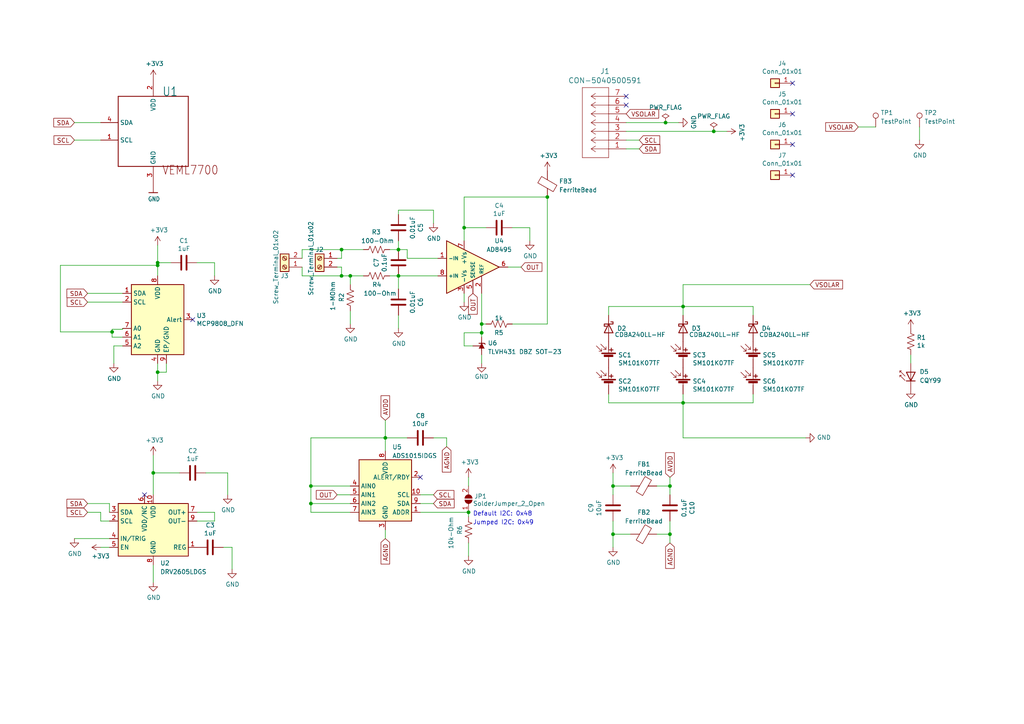
<source format=kicad_sch>
(kicad_sch (version 20211123) (generator eeschema)
  (paper "A4")
  (title_block (title "Solar Panel Board -Z") (date "2023-03-20") (rev "V3") (company "CPP BroncoSpace"))
  (lib_symbols
    (symbol "Adafruit VEML7700-eagle-import:GND" (power)
      (property "Value" "GND" (at -1.524 -2.54 0))
      (symbol "GND_1_0"
        (polyline (pts (xy -1.27 0) (xy 1.27 0)) (stroke (width 0.254)))
        (pin power_in line (at 0 2.54 270) (length 2.54) (name "GND") (number "1"))
      )
    )
    (symbol "Adafruit VEML7700-eagle-import:VEML7700"
      (property "Reference" "IC" (at 2.54 10.16 0))
      (symbol "VEML7700_1_0"
        (polyline (pts (xy -10.16 -10.16) (xy -10.16 10.16)) (stroke (width 0.254)))
        (polyline (pts (xy -10.16 10.16) (xy 10.16 10.16)) (stroke (width 0.254)))
        (polyline (pts (xy 10.16 -10.16) (xy -10.16 -10.16)) (stroke (width 0.254)))
        (polyline (pts (xy 10.16 10.16) (xy 10.16 -10.16)) (stroke (width 0.254)))
        (text "VEML7700" (at 2.54 -12.7 0) (effects (font (size 2.54 2.159)) (justify left bottom)))
        (pin bidirectional line (at -15.24 -2.54 0) (length 5.08) (name "SCL") (number "1"))
        (pin power_in line (at 0 15.24 270) (length 5.08) (name "VDD") (number "2"))
        (pin power_in line (at 0 -15.24 90) (length 5.08) (name "GND") (number "3"))
        (pin bidirectional line (at -15.24 2.54 0) (length 5.08) (name "SDA") (number "4"))
      )
    )
    (symbol "Analog_ADC:ADS1015IDGS"
      (property "Reference" "U" (at 2.54 13.97 0))
      (property "Value" "ADS1015IDGS" (at 7.62 11.43 0))
      (symbol "ADS1015IDGS_0_1"
        (rectangle (start -7.62 10.16) (end 7.62 -7.62) (stroke (width 0.254)) (fill (type background)))
      )
      (symbol "ADS1015IDGS_1_1"
        (pin input line (at 10.16 -5.08 180) (length 2.54) (name "ADDR") (number "1"))
        (pin input line (at 10.16 0 180) (length 2.54) (name "SCL") (number "10"))
        (pin output line (at 10.16 5.08 180) (length 2.54) (name "ALERT/RDY") (number "2"))
        (pin power_in line (at 0 -10.16 90) (length 2.54) (name "GND") (number "3"))
        (pin input line (at -10.16 2.54 0) (length 2.54) (name "AIN0") (number "4"))
        (pin input line (at -10.16 0 0) (length 2.54) (name "AIN1") (number "5"))
        (pin input line (at -10.16 -2.54 0) (length 2.54) (name "AIN2") (number "6"))
        (pin input line (at -10.16 -5.08 0) (length 2.54) (name "AIN3") (number "7"))
        (pin power_in line (at 0 12.7 270) (length 2.54) (name "VDD") (number "8"))
        (pin bidirectional line (at 10.16 -2.54 180) (length 2.54) (name "SDA") (number "9"))
      )
    )
    (symbol "Connector:Screw_Terminal_01x02" (pin_names (offset 1.016) hide)
      (property "Reference" "J" (at 0 2.54 0))
      (property "Value" "Screw_Terminal_01x02" (at 0 -5.08 0))
      (symbol "Screw_Terminal_01x02_1_1"
        (rectangle (start -1.27 1.27) (end 1.27 -3.81) (stroke (width 0.254)) (fill (type background)))
        (circle (center 0 -2.54) (radius 0.635) (stroke (width 0.1524)))
        (polyline (pts (xy -0.5334 -2.2098) (xy 0.3302 -3.048)) (stroke (width 0.1524)))
        (polyline (pts (xy -0.5334 0.3302) (xy 0.3302 -0.508)) (stroke (width 0.1524)))
        (polyline (pts (xy -0.3556 -2.032) (xy 0.508 -2.8702)) (stroke (width 0.1524)))
        (polyline (pts (xy -0.3556 0.508) (xy 0.508 -0.3302)) (stroke (width 0.1524)))
        (circle (center 0 0) (radius 0.635) (stroke (width 0.1524)))
        (pin passive line (at -5.08 0 0) (length 3.81) (name "Pin_1") (number "1"))
        (pin passive line (at -5.08 -2.54 0) (length 3.81) (name "Pin_2") (number "2"))
      )
    )
    (symbol "Connector:TestPoint" (pin_numbers hide) (pin_names (offset 0.762) hide)
      (property "Reference" "TP" (at 0 6.858 0))
      (property "Value" "TestPoint" (at 0 5.08 0))
      (symbol "TestPoint_0_1"
        (circle (center 0 3.302) (radius 0.762))
      )
      (symbol "TestPoint_1_1"
        (pin passive line (at 0 0 90) (length 2.54) (name "1") (number "1"))
      )
    )
    (symbol "Connector_Generic:Conn_01x01" (pin_names (offset 1.016) hide)
      (property "Reference" "J" (at 0 2.54 0))
      (property "Value" "Conn_01x01" (at 0 -2.54 0))
      (symbol "Conn_01x01_1_1"
        (rectangle (start -1.27 0.127) (end 0 -0.127) (stroke (width 0.1524)))
        (rectangle (start -1.27 1.27) (end 1.27 -1.27) (stroke (width 0.254)) (fill (type background)))
        (pin passive line (at -5.08 0 0) (length 3.81) (name "Pin_1") (number "1"))
      )
    )
    (symbol "Device:C" (pin_numbers hide) (pin_names (offset 0.254))
      (property "Reference" "C" (at 0.635 2.54 0))
      (property "Value" "C" (at 0.635 -2.54 0))
      (symbol "C_0_1"
        (polyline (pts (xy -2.032 -0.762) (xy 2.032 -0.762)) (stroke (width 0.508)))
        (polyline (pts (xy -2.032 0.762) (xy 2.032 0.762)) (stroke (width 0.508)))
      )
      (symbol "C_1_1"
        (pin passive line (at 0 3.81 270) (length 2.794) (name "~") (number "1"))
        (pin passive line (at 0 -3.81 90) (length 2.794) (name "~") (number "2"))
      )
    )
    (symbol "Device:D_Schottky" (pin_numbers hide) (pin_names (offset 1.016) hide)
      (property "Reference" "D" (at 0 2.54 0))
      (property "Value" "D_Schottky" (at 0 -2.54 0))
      (symbol "D_Schottky_0_1"
        (polyline (pts (xy 1.27 0) (xy -1.27 0)))
        (polyline (pts (xy 1.27 1.27) (xy 1.27 -1.27) (xy -1.27 0) (xy 1.27 1.27)) (stroke (width 0.254)))
        (polyline (pts (xy -1.905 0.635) (xy -1.905 1.27) (xy -1.27 1.27) (xy -1.27 -1.27) (xy -0.635 -1.27) (xy -0.635 -0.635)) (stroke (width 0.254)))
      )
      (symbol "D_Schottky_1_1"
        (pin passive line (at -3.81 0 0) (length 2.54) (name "K") (number "1"))
        (pin passive line (at 3.81 0 180) (length 2.54) (name "A") (number "2"))
      )
    )
    (symbol "Device:FerriteBead" (pin_numbers hide) (pin_names (offset 0))
      (property "Reference" "FB" (at -3.81 0.635 90))
      (property "Value" "FerriteBead" (at 3.81 0 90))
      (symbol "FerriteBead_0_1"
        (polyline (pts (xy 0 -1.27) (xy 0 -1.2192)))
        (polyline (pts (xy 0 1.27) (xy 0 1.2954)))
        (polyline (pts (xy -2.7686 0.4064) (xy -1.7018 2.2606) (xy 2.7686 -0.3048) (xy 1.6764 -2.159) (xy -2.7686 0.4064)))
      )
      (symbol "FerriteBead_1_1"
        (pin passive line (at 0 3.81 270) (length 2.54) (name "~") (number "1"))
        (pin passive line (at 0 -3.81 90) (length 2.54) (name "~") (number "2"))
      )
    )
    (symbol "Device:R_US" (pin_numbers hide) (pin_names (offset 0))
      (property "Reference" "R" (at 2.54 0 90))
      (property "Value" "R_US" (at -2.54 0 90))
      (symbol "R_US_0_1"
        (polyline (pts (xy 0 -2.286) (xy 0 -2.54)))
        (polyline (pts (xy 0 2.286) (xy 0 2.54)))
        (polyline (pts (xy 0 -0.762) (xy 1.016 -1.143) (xy 0 -1.524) (xy -1.016 -1.905) (xy 0 -2.286)))
        (polyline (pts (xy 0 0.762) (xy 1.016 0.381) (xy 0 0) (xy -1.016 -0.381) (xy 0 -0.762)))
        (polyline (pts (xy 0 2.286) (xy 1.016 1.905) (xy 0 1.524) (xy -1.016 1.143) (xy 0 0.762)))
      )
      (symbol "R_US_1_1"
        (pin passive line (at 0 3.81 270) (length 1.27) (name "~") (number "1"))
        (pin passive line (at 0 -3.81 90) (length 1.27) (name "~") (number "2"))
      )
    )
    (symbol "Device:Solar_Cell" (pin_numbers hide) (pin_names (offset 0) hide)
      (property "Reference" "SC" (at 2.54 2.54 0))
      (property "Value" "Solar_Cell" (at 2.54 0 0))
      (symbol "Solar_Cell_0_1"
        (rectangle (start -2.032 1.778) (end 2.032 1.524) (fill (type outline)))
        (rectangle (start -1.3208 1.1938) (end 1.27 0.6858) (fill (type outline)))
        (polyline (pts (xy -2.032 2.286) (xy -3.556 3.81)))
        (polyline (pts (xy -0.762 2.794) (xy -2.286 4.318)))
        (polyline (pts (xy 0 0.762) (xy 0 0)))
        (polyline (pts (xy 0 1.778) (xy 0 2.54)))
        (polyline (pts (xy 0.254 2.667) (xy 1.27 2.667)) (stroke (width 0.254)))
        (polyline (pts (xy 0.762 3.175) (xy 0.762 2.159)) (stroke (width 0.254)))
        (polyline (pts (xy -2.032 3.048) (xy -2.032 2.286) (xy -2.794 2.286)))
        (polyline (pts (xy -0.762 3.556) (xy -0.762 2.794) (xy -1.524 2.794)))
      )
      (symbol "Solar_Cell_1_1"
        (pin passive line (at 0 5.08 270) (length 2.54) (name "+") (number "1"))
        (pin passive line (at 0 -2.54 90) (length 2.54) (name "-") (number "2"))
      )
    )
    (symbol "Driver_Haptic:DRV2605LDGS"
      (property "Reference" "U" (at -10.16 8.255 0))
      (property "Value" "DRV2605LDGS" (at 2.54 -8.89 0))
      (symbol "DRV2605LDGS_0_1"
        (rectangle (start -10.16 7.62) (end 10.16 -7.62) (stroke (width 0.254)) (fill (type background)))
      )
      (symbol "DRV2605LDGS_1_1"
        (pin passive line (at 12.7 -5.08 180) (length 2.54) (name "REG") (number "1"))
        (pin power_in line (at 0 10.16 270) (length 2.54) (name "VDD") (number "10"))
        (pin input line (at -12.7 2.54 0) (length 2.54) (name "SCL") (number "2"))
        (pin bidirectional line (at -12.7 5.08 0) (length 2.54) (name "SDA") (number "3"))
        (pin input line (at -12.7 -2.54 0) (length 2.54) (name "IN/TRIG") (number "4"))
        (pin input line (at -12.7 -5.08 0) (length 2.54) (name "EN") (number "5"))
        (pin power_in line (at -2.54 10.16 270) (length 2.54) (name "VDD/NC") (number "6"))
        (pin output line (at 12.7 5.08 180) (length 2.54) (name "OUT+") (number "7"))
        (pin power_in line (at 0 -10.16 90) (length 2.54) (name "GND") (number "8"))
        (pin output line (at 12.7 2.54 180) (length 2.54) (name "OUT-") (number "9"))
      )
    )
    (symbol "Jumper:SolderJumper_2_Open" (pin_names (offset 0) hide)
      (property "Reference" "JP" (at 0 2.032 0))
      (property "Value" "SolderJumper_2_Open" (at 0 -2.54 0))
      (symbol "SolderJumper_2_Open_0_1"
        (arc (start -0.254 1.016) (mid -1.27 0) (end -0.254 -1.016))
        (arc (start -0.254 1.016) (mid -1.27 0) (end -0.254 -1.016) (fill (type outline)))
        (polyline (pts (xy -0.254 1.016) (xy -0.254 -1.016)))
        (polyline (pts (xy 0.254 1.016) (xy 0.254 -1.016)))
        (arc (start 0.254 -1.016) (mid 1.27 0) (end 0.254 1.016))
        (arc (start 0.254 -1.016) (mid 1.27 0) (end 0.254 1.016) (fill (type outline)))
      )
      (symbol "SolderJumper_2_Open_1_1"
        (pin passive line (at -3.81 0 0) (length 2.54) (name "A") (number "1"))
        (pin passive line (at 3.81 0 180) (length 2.54) (name "B") (number "2"))
      )
    )
    (symbol "LED:CQY99" (pin_numbers hide) (pin_names (offset 1.016) hide)
      (property "Reference" "D" (at 0.508 1.778 0))
      (property "Value" "CQY99" (at -1.016 -2.794 0))
      (symbol "CQY99_0_1"
        (polyline (pts (xy -2.54 1.27) (xy -2.54 -1.27)) (stroke (width 0.254)))
        (polyline (pts (xy 0 0) (xy -2.54 0)))
        (polyline (pts (xy 0.381 3.175) (xy -0.127 3.175)))
        (polyline (pts (xy -1.143 1.651) (xy 0.381 3.175) (xy 0.381 2.667)))
        (polyline (pts (xy 0 -1.27) (xy -2.54 0) (xy 0 1.27) (xy 0 -1.27)) (stroke (width 0.254)))
        (polyline (pts (xy -2.413 1.651) (xy -0.889 3.175) (xy -0.889 2.667) (xy -0.889 3.175) (xy -1.397 3.175)))
      )
      (symbol "CQY99_1_1"
        (pin passive line (at -5.08 0 0) (length 2.54) (name "K") (number "1"))
        (pin passive line (at 2.54 0 180) (length 2.54) (name "A") (number "2"))
      )
    )
    (symbol "Reference_Voltage:TL431DBZ" (pin_numbers hide) (pin_names hide)
      (property "Reference" "U" (at -2.54 2.54 0))
      (property "Value" "TL431DBZ" (at 0 -2.54 0))
      (symbol "TL431DBZ_0_1"
        (polyline (pts (xy -1.27 0) (xy 0 0) (xy 1.27 0)))
        (polyline (pts (xy -0.762 0.762) (xy 0.762 0) (xy -0.762 -0.762)) (fill (type outline)))
        (polyline (pts (xy 0.508 -1.016) (xy 0.762 -0.762) (xy 0.762 0.762) (xy 0.762 0.762)) (stroke (width 0.254)))
      )
      (symbol "TL431DBZ_1_1"
        (pin passive line (at 2.54 0 180) (length 2.54) (name "K") (number "1"))
        (pin passive line (at 0 2.54 270) (length 2.54) (name "REF") (number "2"))
        (pin passive line (at -2.54 0 0) (length 2.54) (name "A") (number "3"))
      )
    )
    (symbol "Sensor_Temperature:AD8495"
      (property "Reference" "U" (at 5.08 3.81 0))
      (property "Value" "AD8495" (at 8.89 -3.81 0))
      (symbol "AD8495_0_1"
        (polyline (pts (xy -7.62 7.62) (xy 7.62 0) (xy -7.62 -7.62) (xy -7.62 7.62)) (stroke (width 0.254)) (fill (type background)))
      )
      (symbol "AD8495_1_1"
        (pin input line (at -10.16 2.54 0) (length 2.54) (name "-IN") (number "1"))
        (pin input line (at 2.54 -7.62 90) (length 5.08) (name "REF") (number "2"))
        (pin power_in line (at -2.54 -7.62 90) (length 2.54) (name "-Vs") (number "3"))
        (pin no_connect line (at -5.08 0 180) (length 2.54) hide (name "NC") (number "4"))
        (pin passive line (at 0 -7.62 90) (length 3.81) (name "SENSE") (number "5"))
        (pin output line (at 10.16 0 180) (length 2.54) (name "~") (number "6"))
        (pin power_in line (at -2.54 7.62 270) (length 2.54) (name "+Vs") (number "7"))
        (pin input line (at -10.16 -2.54 0) (length 2.54) (name "+IN") (number "8"))
      )
    )
    (symbol "Sensor_Temperature:MCP9808_DFN"
      (property "Reference" "U" (at -6.35 11.43 0))
      (property "Value" "MCP9808_DFN" (at 10.16 11.43 0))
      (symbol "MCP9808_DFN_0_1"
        (rectangle (start -7.62 10.16) (end 7.62 -10.16) (stroke (width 0.254)) (fill (type background)))
      )
      (symbol "MCP9808_DFN_1_1"
        (pin bidirectional line (at -10.16 7.62 0) (length 2.54) (name "SDA") (number "1"))
        (pin input line (at -10.16 5.08 0) (length 2.54) (name "SCL") (number "2"))
        (pin output line (at 10.16 0 180) (length 2.54) (name "Alert") (number "3"))
        (pin power_in line (at 0 -12.7 90) (length 2.54) (name "GND") (number "4"))
        (pin input line (at -10.16 -7.62 0) (length 2.54) (name "A2") (number "5"))
        (pin input line (at -10.16 -5.08 0) (length 2.54) (name "A1") (number "6"))
        (pin input line (at -10.16 -2.54 0) (length 2.54) (name "A0") (number "7"))
        (pin power_in line (at 0 12.7 270) (length 2.54) (name "VDD") (number "8"))
        (pin power_in line (at 2.54 -12.7 90) (length 2.54) (name "EP/GND") (number "9"))
      )
    )
    (symbol "power:GND" (power) (pin_names (offset 0))
      (property "Value" "GND" (at 0 -3.81 0))
      (symbol "GND_0_1"
        (polyline (pts (xy 0 0) (xy 0 -1.27) (xy 1.27 -1.27) (xy 0 -2.54) (xy -1.27 -1.27) (xy 0 -1.27)))
      )
      (symbol "GND_1_1"
        (pin power_in line (at 0 0 270) (length 0) hide (name "GND") (number "1"))
      )
    )
    (symbol "power:PWR_FLAG" (power) (pin_numbers hide) (pin_names (offset 0) hide)
      (property "Value" "PWR_FLAG" (at 0 3.81 0))
      (symbol "PWR_FLAG_0_0"
        (pin power_out line (at 0 0 90) (length 0) (name "pwr") (number "1"))
      )
      (symbol "PWR_FLAG_0_1"
        (polyline (pts (xy 0 0) (xy 0 1.27) (xy -1.016 1.905) (xy 0 2.54) (xy 1.016 1.905) (xy 0 1.27)))
      )
    )
    (symbol "solar-panel-side-Z-rescue:+3.3V-power" (power) (pin_names (offset 0))
      (property "Value" "+3.3V-power" (at 0 3.556 0))
      (symbol "+3.3V-power_0_1"
        (polyline (pts (xy -0.762 1.27) (xy 0 2.54)))
        (polyline (pts (xy 0 0) (xy 0 2.54)))
        (polyline (pts (xy 0 2.54) (xy 0.762 1.27)))
      )
      (symbol "+3.3V-power_1_1"
        (pin power_in line (at 0 0 90) (length 0) hide (name "+3V3") (number "1"))
      )
    )
    (symbol "solar-panel-side-Z-rescue:CON-5040500591-ExtraComponents" (pin_names (offset 0.254) hide)
      (property "Reference" "J" (at 8.89 6.35 0))
      (property "Value" "CON-5040500591-ExtraComponents" (at 10.16 -7.62 0))
      (symbol "CON-5040500591-ExtraComponents_1_1"
        (polyline (pts (xy 5.08 -17.78) (xy 12.7 -17.78)) (stroke (width 0.127)))
        (polyline (pts (xy 5.08 2.54) (xy 5.08 -17.78)) (stroke (width 0.127)))
        (polyline (pts (xy 10.16 -15.24) (xy 5.08 -15.24)) (stroke (width 0.127)))
        (polyline (pts (xy 10.16 -15.24) (xy 8.89 -16.0782)) (stroke (width 0.127)))
        (polyline (pts (xy 10.16 -15.24) (xy 8.89 -14.4018)) (stroke (width 0.127)))
        (polyline (pts (xy 10.16 -12.7) (xy 5.08 -12.7)) (stroke (width 0.127)))
        (polyline (pts (xy 10.16 -12.7) (xy 8.89 -13.5382)) (stroke (width 0.127)))
        (polyline (pts (xy 10.16 -12.7) (xy 8.89 -11.8618)) (stroke (width 0.127)))
        (polyline (pts (xy 10.16 -10.16) (xy 5.08 -10.16)) (stroke (width 0.127)))
        (polyline (pts (xy 10.16 -10.16) (xy 8.89 -10.9982)) (stroke (width 0.127)))
        (polyline (pts (xy 10.16 -10.16) (xy 8.89 -9.3218)) (stroke (width 0.127)))
        (polyline (pts (xy 10.16 -7.62) (xy 5.08 -7.62)) (stroke (width 0.127)))
        (polyline (pts (xy 10.16 -7.62) (xy 8.89 -8.4582)) (stroke (width 0.127)))
        (polyline (pts (xy 10.16 -7.62) (xy 8.89 -6.7818)) (stroke (width 0.127)))
        (polyline (pts (xy 10.16 -5.08) (xy 5.08 -5.08)) (stroke (width 0.127)))
        (polyline (pts (xy 10.16 -5.08) (xy 8.89 -5.9182)) (stroke (width 0.127)))
        (polyline (pts (xy 10.16 -5.08) (xy 8.89 -4.2418)) (stroke (width 0.127)))
        (polyline (pts (xy 10.16 -2.54) (xy 5.08 -2.54)) (stroke (width 0.127)))
        (polyline (pts (xy 10.16 -2.54) (xy 8.89 -3.3782)) (stroke (width 0.127)))
        (polyline (pts (xy 10.16 -2.54) (xy 8.89 -1.7018)) (stroke (width 0.127)))
        (polyline (pts (xy 10.16 0) (xy 5.08 0)) (stroke (width 0.127)))
        (polyline (pts (xy 10.16 0) (xy 8.89 -0.8382)) (stroke (width 0.127)))
        (polyline (pts (xy 10.16 0) (xy 8.89 0.8382)) (stroke (width 0.127)))
        (polyline (pts (xy 12.7 -17.78) (xy 12.7 2.54)) (stroke (width 0.127)))
        (polyline (pts (xy 12.7 2.54) (xy 5.08 2.54)) (stroke (width 0.127)))
        (pin unspecified line (at 0 0 0) (length 5.08) (name "1") (number "1"))
        (pin unspecified line (at 0 -2.54 0) (length 5.08) (name "2") (number "2"))
        (pin unspecified line (at 0 -5.08 0) (length 5.08) (name "3") (number "3"))
        (pin unspecified line (at 0 -7.62 0) (length 5.08) (name "4") (number "4"))
        (pin unspecified line (at 0 -10.16 0) (length 5.08) (name "5") (number "5"))
        (pin unspecified line (at 0 -12.7 0) (length 5.08) (name "6") (number "6"))
        (pin unspecified line (at 0 -15.24 0) (length 5.08) (name "7") (number "7"))
      )
    )
  )
  (junction (at 90.17 146.05))
  (junction (at 194.31 140.97))
  (junction (at 139.7 96.52))
  (junction (at 101.6 80.01))
  (junction (at 45.72 107.95))
  (junction (at 99.06 72.39))
  (junction (at 32.512 96.266))
  (junction (at 177.8 140.97))
  (junction (at 139.7 93.98))
  (junction (at 115.57 72.39))
  (junction (at 44.45 137.16))
  (junction (at 158.75 57.15))
  (junction (at 194.31 154.94))
  (junction (at 198.12 88.9))
  (junction (at 198.12 116.84))
  (junction (at 193.04 35.56))
  (junction (at 45.72 76.2))
  (junction (at 115.57 80.01))
  (junction (at 111.76 127))
  (junction (at 207.01 38.1))
  (junction (at 45.72 76.962))
  (junction (at 135.89 148.59))
  (junction (at 99.06 80.01))
  (junction (at 90.17 140.97))
  (junction (at 134.62 66.04))
  (junction (at 177.8 154.94))
  (no_connect (at 181.61 27.94))
  (no_connect (at 229.87 41.91))
  (no_connect (at 229.87 33.02))
  (no_connect (at 41.91 143.51))
  (no_connect (at 55.88 92.71))
  (no_connect (at 181.61 30.48))
  (no_connect (at 229.87 24.13))
  (no_connect (at 229.87 50.8))
  (no_connect (at 121.92 138.43))
  (wire (pts (xy 115.57 62.23) (xy 115.57 60.96)))
  (wire (pts (xy 190.5 154.94) (xy 194.31 154.94)))
  (wire (pts (xy 25.4 87.63) (xy 35.56 87.63)))
  (wire (pts (xy 99.06 80.01) (xy 87.63 80.01)))
  (wire (pts (xy 198.12 82.55) (xy 234.95 82.55)))
  (wire (pts (xy 134.62 69.85) (xy 134.62 66.04)))
  (wire (pts (xy 101.6 80.01) (xy 105.41 80.01)))
  (wire (pts (xy 139.7 96.52) (xy 139.7 97.79)))
  (wire (pts (xy 139.7 93.98) (xy 139.7 96.52)))
  (wire (pts (xy 48.26 107.95) (xy 45.72 107.95)))
  (wire (pts (xy 32.512 95.504) (xy 35.56 95.504)))
  (wire (pts (xy 181.61 38.1) (xy 207.01 38.1)))
  (wire (pts (xy 181.61 40.64) (xy 185.42 40.64)))
  (wire (pts (xy 29.21 148.59) (xy 29.21 151.13)))
  (wire (pts (xy 44.45 137.16) (xy 44.45 143.51)))
  (wire (pts (xy 101.6 143.51) (xy 97.79 143.51)))
  (wire (pts (xy 177.8 151.13) (xy 177.8 154.94)))
  (wire (pts (xy 101.6 80.01) (xy 101.6 82.55)))
  (wire (pts (xy 153.67 66.04) (xy 153.67 69.85)))
  (wire (pts (xy 134.62 100.33) (xy 137.16 100.33)))
  (wire (pts (xy 31.75 146.05) (xy 31.75 148.59)))
  (wire (pts (xy 62.23 76.2) (xy 62.23 80.01)))
  (wire (pts (xy 127 74.93) (xy 118.11 74.93)))
  (wire (pts (xy 198.12 116.84) (xy 218.44 116.84)))
  (wire (pts (xy 45.72 76.2) (xy 45.72 76.962)))
  (wire (pts (xy 87.63 80.01) (xy 87.63 77.47)))
  (wire (pts (xy 99.06 80.01) (xy 101.6 80.01)))
  (wire (pts (xy 177.8 140.97) (xy 177.8 143.51)))
  (wire (pts (xy 147.32 77.47) (xy 151.13 77.47)))
  (wire (pts (xy 17.526 76.962) (xy 17.526 96.266)))
  (wire (pts (xy 121.92 148.59) (xy 135.89 148.59)))
  (wire (pts (xy 254 36.83) (xy 248.92 36.83)))
  (wire (pts (xy 87.63 72.39) (xy 87.63 74.93)))
  (wire (pts (xy 48.26 105.41) (xy 48.26 107.95)))
  (wire (pts (xy 90.17 127) (xy 111.76 127)))
  (wire (pts (xy 135.89 138.43) (xy 135.89 140.97)))
  (wire (pts (xy 194.31 154.94) (xy 194.31 157.48)))
  (wire (pts (xy 90.17 146.05) (xy 101.6 146.05)))
  (wire (pts (xy 44.45 163.83) (xy 44.45 168.91)))
  (wire (pts (xy 158.75 57.15) (xy 134.62 57.15)))
  (wire (pts (xy 45.72 76.962) (xy 17.526 76.962)))
  (wire (pts (xy 29.21 35.56) (xy 21.59 35.56)))
  (wire (pts (xy 99.06 72.39) (xy 87.63 72.39)))
  (wire (pts (xy 198.12 91.44) (xy 198.12 88.9)))
  (wire (pts (xy 125.73 127) (xy 129.54 127)))
  (wire (pts (xy 32.512 96.266) (xy 32.512 95.504)))
  (wire (pts (xy 194.31 140.97) (xy 194.31 143.51)))
  (wire (pts (xy 57.15 151.13) (xy 62.23 151.13)))
  (wire (pts (xy 97.79 74.93) (xy 99.06 74.93)))
  (wire (pts (xy 198.12 88.9) (xy 218.44 88.9)))
  (wire (pts (xy 177.8 140.97) (xy 182.88 140.97)))
  (wire (pts (xy 25.4 85.09) (xy 35.56 85.09)))
  (wire (pts (xy 134.62 96.52) (xy 139.7 96.52)))
  (wire (pts (xy 57.15 148.59) (xy 62.23 148.59)))
  (wire (pts (xy 129.54 127) (xy 129.54 129.54)))
  (wire (pts (xy 35.56 97.79) (xy 32.512 97.79)))
  (wire (pts (xy 25.4 148.59) (xy 29.21 148.59)))
  (wire (pts (xy 177.8 154.94) (xy 182.88 154.94)))
  (wire (pts (xy 97.79 77.47) (xy 99.06 77.47)))
  (wire (pts (xy 148.59 93.98) (xy 158.75 93.98)))
  (wire (pts (xy 45.72 76.2) (xy 49.53 76.2)))
  (wire (pts (xy 115.57 91.44) (xy 115.57 95.25)))
  (wire (pts (xy 45.72 107.95) (xy 45.72 110.49)))
  (wire (pts (xy 99.06 72.39) (xy 105.41 72.39)))
  (wire (pts (xy 21.59 40.64) (xy 29.21 40.64)))
  (wire (pts (xy 135.89 148.59) (xy 135.89 149.86)))
  (wire (pts (xy 181.61 35.56) (xy 193.04 35.56)))
  (wire (pts (xy 139.7 85.09) (xy 139.7 93.98)))
  (wire (pts (xy 193.04 35.56) (xy 196.85 35.56)))
  (wire (pts (xy 198.12 127) (xy 233.68 127)))
  (wire (pts (xy 176.53 88.9) (xy 198.12 88.9)))
  (wire (pts (xy 177.8 137.16) (xy 177.8 140.97)))
  (wire (pts (xy 134.62 66.04) (xy 140.97 66.04)))
  (wire (pts (xy 194.31 138.43) (xy 194.31 140.97)))
  (wire (pts (xy 90.17 140.97) (xy 101.6 140.97)))
  (wire (pts (xy 113.03 80.01) (xy 115.57 80.01)))
  (wire (pts (xy 29.21 158.75) (xy 31.75 158.75)))
  (wire (pts (xy 45.72 76.962) (xy 45.72 80.01)))
  (wire (pts (xy 25.4 146.05) (xy 31.75 146.05)))
  (wire (pts (xy 121.92 143.51) (xy 125.73 143.51)))
  (wire (pts (xy 113.03 72.39) (xy 115.57 72.39)))
  (wire (pts (xy 198.12 127) (xy 198.12 116.84)))
  (wire (pts (xy 134.62 57.15) (xy 134.62 66.04)))
  (wire (pts (xy 115.57 72.39) (xy 118.11 72.39)))
  (wire (pts (xy 111.76 127) (xy 111.76 130.81)))
  (wire (pts (xy 44.45 137.16) (xy 52.07 137.16)))
  (wire (pts (xy 115.57 80.01) (xy 127 80.01)))
  (wire (pts (xy 176.53 116.84) (xy 198.12 116.84)))
  (wire (pts (xy 45.72 71.12) (xy 45.72 76.2)))
  (wire (pts (xy 198.12 116.84) (xy 198.12 114.3)))
  (wire (pts (xy 90.17 146.05) (xy 90.17 140.97)))
  (wire (pts (xy 59.69 137.16) (xy 66.04 137.16)))
  (wire (pts (xy 177.8 154.94) (xy 177.8 158.75)))
  (wire (pts (xy 181.61 43.18) (xy 185.42 43.18)))
  (wire (pts (xy 115.57 60.96) (xy 125.73 60.96)))
  (wire (pts (xy 90.17 148.59) (xy 90.17 146.05)))
  (wire (pts (xy 134.62 96.52) (xy 134.62 100.33)))
  (wire (pts (xy 194.31 151.13) (xy 194.31 154.94)))
  (wire (pts (xy 66.04 137.16) (xy 66.04 143.51)))
  (wire (pts (xy 29.21 151.13) (xy 31.75 151.13)))
  (wire (pts (xy 17.526 96.266) (xy 32.512 96.266)))
  (wire (pts (xy 64.77 158.75) (xy 67.31 158.75)))
  (wire (pts (xy 99.06 80.01) (xy 99.06 77.47)))
  (wire (pts (xy 90.17 140.97) (xy 90.17 127)))
  (wire (pts (xy 134.62 85.09) (xy 134.62 87.63)))
  (wire (pts (xy 207.01 38.1) (xy 210.82 38.1)))
  (wire (pts (xy 176.53 88.9) (xy 176.53 91.44)))
  (wire (pts (xy 115.57 69.85) (xy 115.57 72.39)))
  (wire (pts (xy 198.12 88.9) (xy 198.12 82.55)))
  (wire (pts (xy 125.73 60.96) (xy 125.73 64.77)))
  (wire (pts (xy 118.11 74.93) (xy 118.11 72.39)))
  (wire (pts (xy 218.44 116.84) (xy 218.44 114.3)))
  (wire (pts (xy 62.23 151.13) (xy 62.23 148.59)))
  (wire (pts (xy 264.16 105.41) (xy 264.16 102.87)))
  (wire (pts (xy 44.45 132.08) (xy 44.45 137.16)))
  (wire (pts (xy 218.44 91.44) (xy 218.44 88.9)))
  (wire (pts (xy 158.75 57.15) (xy 158.75 93.98)))
  (wire (pts (xy 139.7 102.87) (xy 139.7 105.41)))
  (wire (pts (xy 121.92 146.05) (xy 125.73 146.05)))
  (wire (pts (xy 140.97 93.98) (xy 139.7 93.98)))
  (wire (pts (xy 101.6 90.17) (xy 101.6 93.98)))
  (wire (pts (xy 111.76 121.92) (xy 111.76 127)))
  (wire (pts (xy 35.56 95.504) (xy 35.56 95.25)))
  (wire (pts (xy 21.59 156.21) (xy 31.75 156.21)))
  (wire (pts (xy 32.512 97.79) (xy 32.512 96.266)))
  (wire (pts (xy 67.31 158.75) (xy 67.31 165.1)))
  (wire (pts (xy 33.02 100.33) (xy 33.02 105.41)))
  (wire (pts (xy 45.72 105.41) (xy 45.72 107.95)))
  (wire (pts (xy 111.76 153.67) (xy 111.76 156.21)))
  (wire (pts (xy 101.6 148.59) (xy 90.17 148.59)))
  (wire (pts (xy 148.59 66.04) (xy 153.67 66.04)))
  (wire (pts (xy 111.76 127) (xy 118.11 127)))
  (wire (pts (xy 35.56 100.33) (xy 33.02 100.33)))
  (wire (pts (xy 57.15 76.2) (xy 62.23 76.2)))
  (wire (pts (xy 99.06 72.39) (xy 99.06 74.93)))
  (wire (pts (xy 135.89 157.48) (xy 135.89 161.29)))
  (wire (pts (xy 190.5 140.97) (xy 194.31 140.97)))
  (wire (pts (xy 266.7 36.83) (xy 266.7 40.64)))
  (wire (pts (xy 115.57 80.01) (xy 115.57 83.82)))
  (wire (pts (xy 176.53 116.84) (xy 176.53 114.3)))
  (text "Default I2C: 0x48" (at 137.16 149.86 0) (effects (font (size 1.27 1.27)) (justify left bottom)))
  (text "Jumped I2C: 0x49" (at 137.16 152.4 0) (effects (font (size 1.27 1.27)) (justify left bottom)))
  (global_label "SDA" (shape input) (at 21.59 35.56 180) (property "Intersheet References" "${INTERSHEET_REFS}" (effects hide)))
  (global_label "SCL" (shape input) (at 25.4 87.63 180) (property "Intersheet References" "${INTERSHEET_REFS}" (effects hide)))
  (global_label "OUT" (shape input) (at 97.79 143.51 180) (property "Intersheet References" "${INTERSHEET_REFS}" (effects hide)))
  (global_label "AVDD" (shape input) (at 111.76 121.92 90) (property "Intersheet References" "${INTERSHEET_REFS}" (effects hide)))
  (global_label "SDA" (shape input) (at 125.73 146.05 0) (property "Intersheet References" "${INTERSHEET_REFS}" (effects hide)))
  (global_label "OUT" (shape input) (at 151.13 77.47 0) (property "Intersheet References" "${INTERSHEET_REFS}" (effects hide)))
  (global_label "AGND" (shape input) (at 129.54 129.54 270) (property "Intersheet References" "${INTERSHEET_REFS}" (effects hide)))
  (global_label "SDA" (shape input) (at 185.42 43.18 0) (property "Intersheet References" "${INTERSHEET_REFS}" (effects hide)))
  (global_label "VSOLAR" (shape input) (at 234.95 82.55 0) (property "Intersheet References" "${INTERSHEET_REFS}" (effects hide)))
  (global_label "SCL" (shape input) (at 125.73 143.51 0) (property "Intersheet References" "${INTERSHEET_REFS}" (effects hide)))
  (global_label "SCL" (shape input) (at 25.4 148.59 180) (property "Intersheet References" "${INTERSHEET_REFS}" (effects hide)))
  (global_label "SCL" (shape input) (at 21.59 40.64 180) (property "Intersheet References" "${INTERSHEET_REFS}" (effects hide)))
  (global_label "SDA" (shape input) (at 25.4 146.05 180) (property "Intersheet References" "${INTERSHEET_REFS}" (effects hide)))
  (global_label "AVDD" (shape input) (at 194.31 138.43 90) (property "Intersheet References" "${INTERSHEET_REFS}" (effects hide)))
  (global_label "VSOLAR" (shape input) (at 248.92 36.83 180) (property "Intersheet References" "${INTERSHEET_REFS}" (effects hide)))
  (global_label "AGND" (shape input) (at 111.76 156.21 270) (property "Intersheet References" "${INTERSHEET_REFS}" (effects hide)))
  (global_label "SDA" (shape input) (at 25.4 85.09 180) (property "Intersheet References" "${INTERSHEET_REFS}" (effects hide)))
  (global_label "OUT" (shape input) (at 137.16 85.09 270) (property "Intersheet References" "${INTERSHEET_REFS}" (effects hide)))
  (global_label "AGND" (shape input) (at 194.31 157.48 270) (property "Intersheet References" "${INTERSHEET_REFS}" (effects hide)))
  (global_label "SCL" (shape input) (at 185.42 40.64 0) (property "Intersheet References" "${INTERSHEET_REFS}" (effects hide)))
  (global_label "VSOLAR" (shape input) (at 181.61 33.02 0) (property "Intersheet References" "${INTERSHEET_REFS}" (effects hide)))
  (symbol (lib_id "Device:D_Schottky") (at 176.53 95.25 270) (unit 1)
    (property "Reference" "D2" (at 180.34 95.25 90))
    (property "Value" "CDBA240LL-HF" (at 193.04 97.79 90) (effects (justify right bottom)))
    (property "Footprint" "SolarPanelBoards:DO-214AC" (effects hide))
  )
  (symbol (lib_id "Device:Solar_Cell") (at 176.53 111.76 0) (unit 1)
    (property "Reference" "SC2" (at 179.2732 110.5916 0) (effects (justify left)))
    (property "Value" "SM101K07TF" (at 179.2732 112.903 0) (effects (justify left)))
    (property "Footprint" "SolarPanelBoards:KXOB101K08F-TR" (effects hide))
  )
  (symbol (lib_id "Device:Solar_Cell") (at 198.12 104.14 0) (unit 1)
    (property "Reference" "SC3" (at 200.8632 102.9716 0) (effects (justify left)))
    (property "Value" "SM101K07TF" (at 200.8632 105.283 0) (effects (justify left)))
    (property "Footprint" "SolarPanelBoards:KXOB101K08F-TR" (effects hide))
  )
  (symbol (lib_id "Device:Solar_Cell") (at 198.12 111.76 0) (unit 1)
    (property "Reference" "SC4" (at 200.8632 110.5916 0) (effects (justify left)))
    (property "Value" "SM101K07TF" (at 200.8632 112.903 0) (effects (justify left)))
    (property "Footprint" "SolarPanelBoards:KXOB101K08F-TR" (effects hide))
  )
  (symbol (lib_id "Device:Solar_Cell") (at 176.53 104.14 0) (unit 1)
    (property "Reference" "SC1" (at 179.2732 102.9716 0) (effects (justify left)))
    (property "Value" "SM101K07TF" (at 179.2732 105.283 0) (effects (justify left)))
    (property "Footprint" "SolarPanelBoards:KXOB101K08F-TR" (effects hide))
  )
  (symbol (lib_id "Device:D_Schottky") (at 198.12 95.25 270) (unit 1)
    (property "Reference" "D3" (at 201.93 95.25 90))
    (property "Value" "CDBA240LL-HF" (at 214.63 97.79 90) (effects (justify right bottom)))
    (property "Footprint" "SolarPanelBoards:DO-214AC" (effects hide))
  )
  (symbol (lib_id "power:GND") (at 233.68 127 90) (unit 1)
    (property "Reference" "#PWR023" (effects hide))
    (property "Value" "GND" (at 236.9312 126.873 90) (effects (justify right)))
  )
  (symbol (lib_id "solar-panel-side-Z-rescue:+3.3V-power") (at 210.82 38.1 270) (unit 1)
    (property "Reference" "#PWR021" (effects hide))
    (property "Value" "+3.3V" (at 215.2142 38.481 0))
  )
  (symbol (lib_id "power:PWR_FLAG") (at 207.01 38.1 0) (unit 1)
    (property "Reference" "#FLG02" (effects hide))
    (property "Value" "PWR_FLAG" (at 207.01 33.7058 0))
  )
  (symbol (lib_id "Device:Solar_Cell") (at 218.44 111.76 0) (unit 1)
    (property "Reference" "SC6" (at 221.1832 110.5916 0) (effects (justify left)))
    (property "Value" "SM101K07TF" (at 221.1832 112.903 0) (effects (justify left)))
    (property "Footprint" "SolarPanelBoards:KXOB101K08F-TR" (effects hide))
  )
  (symbol (lib_id "Device:Solar_Cell") (at 218.44 104.14 0) (unit 1)
    (property "Reference" "SC5" (at 221.1832 102.9716 0) (effects (justify left)))
    (property "Value" "SM101K07TF" (at 221.1832 105.283 0) (effects (justify left)))
    (property "Footprint" "SolarPanelBoards:KXOB101K08F-TR" (effects hide))
  )
  (symbol (lib_id "Device:D_Schottky") (at 218.44 95.25 270) (unit 1)
    (property "Reference" "D4" (at 222.25 95.25 90))
    (property "Value" "CDBA240LL-HF" (at 234.95 97.79 90) (effects (justify right bottom)))
    (property "Footprint" "SolarPanelBoards:DO-214AC" (effects hide))
  )
  (symbol (lib_id "solar-panel-side-Z-rescue:CON-5040500591-ExtraComponents") (at 181.61 43.18 180) (unit 1)
    (property "Reference" "J1" (at 175.4632 20.6502 0) (effects (font (size 1.524 1.524))))
    (property "Value" "CON-5040500591" (at 175.4632 23.3426 0) (effects (font (size 1.524 1.524))))
    (property "Footprint" "SolarPanelBoards:CON_5040500591" (effects hide))
  )
  (symbol (lib_id "Connector_Generic:Conn_01x01") (at 224.79 24.13 180) (unit 1)
    (property "Reference" "J4" (at 226.8728 18.415 0))
    (property "Value" "Conn_01x01" (at 226.8728 20.7264 0))
    (property "Footprint" "SolarPanelBoards:MountingHoles" (effects hide))
  )
  (symbol (lib_id "Connector_Generic:Conn_01x01") (at 224.79 33.02 180) (unit 1)
    (property "Reference" "J5" (at 226.8728 27.305 0))
    (property "Value" "Conn_01x01" (at 226.8728 29.6164 0))
    (property "Footprint" "SolarPanelBoards:MountingHoles" (effects hide))
  )
  (symbol (lib_id "Connector_Generic:Conn_01x01") (at 224.79 41.91 180) (unit 1)
    (property "Reference" "J6" (at 226.8728 36.195 0))
    (property "Value" "Conn_01x01" (at 226.8728 38.5064 0))
    (property "Footprint" "SolarPanelBoards:MountingHoles" (effects hide))
  )
  (symbol (lib_id "Connector_Generic:Conn_01x01") (at 224.79 50.8 180) (unit 1)
    (property "Reference" "J7" (at 226.8728 45.085 0))
    (property "Value" "Conn_01x01" (at 226.8728 47.3964 0))
    (property "Footprint" "SolarPanelBoards:MountingHoles" (effects hide))
  )
  (symbol (lib_id "Device:C") (at 177.8 147.32 180) (unit 1)
    (property "Reference" "C9" (at 171.3992 147.32 90))
    (property "Value" "10uF" (at 173.7106 147.32 90))
    (property "Footprint" "Capacitor_SMD:C_0805_2012Metric" (effects hide))
  )
  (symbol (lib_id "Adafruit VEML7700-eagle-import:VEML7700") (at 44.45 38.1 0) (unit 1)
    (property "Reference" "U1" (at 46.99 27.94 0) (effects (font (size 2.54 2.159)) (justify left bottom)))
    (property "Value" "VEML7700" (effects hide))
    (property "Footprint" "VEML7700-TT:XDCR_VEML7700-TT" (effects hide))
  )
  (symbol (lib_id "power:GND") (at 62.23 80.01 0) (unit 1)
    (property "Reference" "#PWR010" (effects hide))
    (property "Value" "GND" (at 62.357 84.4042 0))
  )
  (symbol (lib_id "Connector:Screw_Terminal_01x02") (at 92.71 74.93 0) (mirror y) (unit 1)
    (property "Reference" "J2" (at 92.71 72.39 0))
    (property "Value" "Screw_Terminal_01x02" (at 90.17 74.93 90))
    (property "Footprint" "SolarPanelBoards:ScrewTerminal" (effects hide))
  )
  (symbol (lib_id "Device:C") (at 55.88 137.16 90) (unit 1)
    (property "Reference" "C2" (at 55.88 130.7592 90))
    (property "Value" "1uF" (at 55.88 133.0706 90))
    (property "Footprint" "Capacitor_SMD:C_0805_2012Metric" (effects hide))
  )
  (symbol (lib_id "Adafruit VEML7700-eagle-import:GND") (at 44.45 55.88 0) (unit 1)
    (property "Reference" "#U$0101" (effects hide))
    (property "Value" "GND" (at 42.926 58.42 0) (effects (font (size 1.27 1.0795)) (justify left bottom)))
    (property "Footprint" "Adafruit VEML7700:" (effects hide))
  )
  (symbol (lib_id "power:GND") (at 44.45 168.91 0) (unit 1)
    (property "Reference" "#PWR06" (effects hide))
    (property "Value" "GND" (at 44.577 173.3042 0))
  )
  (symbol (lib_id "Device:FerriteBead") (at 158.75 53.34 180) (unit 1)
    (property "Reference" "FB3" (at 162.1536 52.5561 0) (effects (justify right)))
    (property "Value" "FerriteBead" (at 162.1536 55.093 0) (effects (justify right)))
    (property "Footprint" "Resistor_SMD:R_0603_1608Metric" (effects hide))
  )
  (symbol (lib_id "solar-panel-side-Z-rescue:+3.3V-power") (at 29.21 158.75 90) (unit 1)
    (property "Reference" "#PWR02" (effects hide))
    (property "Value" "+3.3V" (at 29.21 161.29 90))
  )
  (symbol (lib_id "Device:R_US") (at 109.22 72.39 90) (unit 1)
    (property "Reference" "R3" (at 110.49 67.31 90) (effects (justify left)))
    (property "Value" "100-Ohm" (at 114.3 69.85 90) (effects (justify left)))
    (property "Footprint" "Resistor_SMD:R_0603_1608Metric" (effects hide))
  )
  (symbol (lib_id "Device:C") (at 115.57 76.2 180) (unit 1)
    (property "Reference" "C7" (at 109.1692 76.2 90))
    (property "Value" "0.1uF" (at 111.4806 76.2 90))
    (property "Footprint" "Capacitor_SMD:C_0805_2012Metric" (effects hide))
  )
  (symbol (lib_id "power:GND") (at 139.7 105.41 0) (unit 1)
    (property "Reference" "#PWR013" (effects hide))
    (property "Value" "GND" (at 139.7 109.22 0))
  )
  (symbol (lib_id "Device:R_US") (at 109.22 80.01 270) (unit 1)
    (property "Reference" "R4" (at 107.95 82.55 90) (effects (justify left)))
    (property "Value" "100-Ohm" (at 105.41 85.09 90) (effects (justify left)))
    (property "Footprint" "Resistor_SMD:R_0603_1608Metric" (effects hide))
  )
  (symbol (lib_id "Analog_ADC:ADS1015IDGS") (at 111.76 143.51 0) (unit 1)
    (property "Reference" "U5" (at 113.7794 129.6502 0) (effects (justify left)))
    (property "Value" "ADS1015IDGS" (at 113.7794 132.1871 0) (effects (justify left)))
    (property "Footprint" "Package_SO:TSSOP-10_3x3mm_P0.5mm" (effects hide))
    (property "Datasheet" "http://www.ti.com/lit/ds/symlink/ads1015.pdf" (effects hide))
  )
  (symbol (lib_id "Device:R_US") (at 144.78 93.98 90) (unit 1)
    (property "Reference" "R5" (at 146.05 96.52 90) (effects (justify left)))
    (property "Value" "1k" (at 145.923 92.2528 90) (effects (justify left)))
    (property "Footprint" "Resistor_SMD:R_0603_1608Metric" (effects hide))
  )
  (symbol (lib_id "Device:C") (at 194.31 147.32 0) (unit 1)
    (property "Reference" "C10" (at 200.7108 147.32 90))
    (property "Value" "0.1uF" (at 198.3994 147.32 90))
    (property "Footprint" "Capacitor_SMD:C_0805_2012Metric" (effects hide))
  )
  (symbol (lib_id "Sensor_Temperature:AD8495") (at 137.16 77.47 0) (unit 1)
    (property "Reference" "U4" (at 144.78 69.8531 0))
    (property "Value" "AD8495" (at 144.78 72.39 0))
    (property "Footprint" "Package_SO:MSOP-8_3x3mm_P0.65mm" (effects hide))
    (property "Datasheet" "https://www.analog.com/media/en/technical-documentation/data-sheets/ad8494_8495_8496_8497.pdf" (effects hide))
  )
  (symbol (lib_id "Device:C") (at 144.78 66.04 90) (unit 1)
    (property "Reference" "C4" (at 144.78 59.6392 90))
    (property "Value" "1uF" (at 144.78 61.9506 90))
    (property "Footprint" "Capacitor_SMD:C_0805_2012Metric" (effects hide))
  )
  (symbol (lib_id "Connector:Screw_Terminal_01x02") (at 82.55 77.47 180) (unit 1)
    (property "Reference" "J3" (at 82.55 80.01 0))
    (property "Value" "Screw_Terminal_01x02" (at 80.01 77.47 90))
    (property "Footprint" "TerminalBlock:TerminalBlock_bornier-2_P5.08mm" (effects hide))
  )
  (symbol (lib_id "Jumper:SolderJumper_2_Open") (at 135.89 144.78 90) (unit 1)
    (property "Reference" "JP1" (at 137.541 143.9453 90) (effects (justify right)))
    (property "Value" "SolderJumper_2_Open" (at 137.16 146.05 90) (effects (justify right)))
    (property "Footprint" "Jumper:SolderJumper-2_P1.3mm_Open_RoundedPad1.0x1.5mm" (effects hide))
  )
  (symbol (lib_id "power:GND") (at 115.57 95.25 0) (unit 1)
    (property "Reference" "#PWR08" (effects hide))
    (property "Value" "GND" (at 115.697 99.6442 0))
  )
  (symbol (lib_id "power:GND") (at 266.7 40.64 0) (unit 1)
    (property "Reference" "#PWR025" (effects hide))
    (property "Value" "GND" (at 266.827 45.0342 0))
  )
  (symbol (lib_id "power:GND") (at 125.73 64.77 0) (unit 1)
    (property "Reference" "#PWR09" (effects hide))
    (property "Value" "GND" (at 125.857 69.1642 0))
  )
  (symbol (lib_id "Device:C") (at 115.57 87.63 0) (unit 1)
    (property "Reference" "C6" (at 121.9708 87.63 90))
    (property "Value" "0.01uF" (at 119.6594 87.63 90))
    (property "Footprint" "Capacitor_SMD:C_0805_2012Metric" (effects hide))
  )
  (symbol (lib_id "Connector:TestPoint") (at 266.7 36.83 0) (unit 1)
    (property "Reference" "TP2" (at 268.097 32.6933 0) (effects (justify left)))
    (property "Value" "TestPoint" (at 268.097 35.2302 0) (effects (justify left)))
    (property "Footprint" "SolarPanelBoards:Test Pad" (effects hide))
  )
  (symbol (lib_id "Driver_Haptic:DRV2605LDGS") (at 44.45 153.67 0) (unit 1)
    (property "Reference" "U2" (at 46.4694 163.3204 0) (effects (justify left)))
    (property "Value" "DRV2605LDGS" (at 46.4694 165.8573 0) (effects (justify left)))
    (property "Footprint" "Package_SO:VSSOP-10_3x3mm_P0.5mm" (effects hide))
    (property "Datasheet" "http://www.ti.com/lit/ds/symlink/drv2605l.pdf" (effects hide))
  )
  (symbol (lib_id "power:GND") (at 135.89 161.29 0) (unit 1)
    (property "Reference" "#PWR016" (effects hide))
    (property "Value" "GND" (at 136.017 165.6842 0))
  )
  (symbol (lib_id "solar-panel-side-Z-rescue:+3.3V-power") (at 158.75 49.53 0) (unit 1)
    (property "Reference" "#PWR019" (effects hide))
    (property "Value" "+3.3V" (at 159.131 45.1358 0))
  )
  (symbol (lib_id "power:GND") (at 67.31 165.1 0) (unit 1)
    (property "Reference" "#PWR012" (effects hide))
    (property "Value" "GND" (at 67.437 169.4942 0))
  )
  (symbol (lib_id "Reference_Voltage:TL431DBZ") (at 139.7 100.33 90) (unit 1)
    (property "Reference" "U6" (at 141.478 99.4953 90) (effects (justify right)))
    (property "Value" "TLVH431 DBZ SOT-23" (at 141.478 102.0322 90) (effects (justify right)))
    (property "Footprint" "Package_TO_SOT_SMD:SOT-23" (effects hide))
    (property "Datasheet" "http://www.ti.com/lit/ds/symlink/tl431.pdf" (effects hide))
  )
  (symbol (lib_id "Device:R_US") (at 135.89 153.67 180) (unit 1)
    (property "Reference" "R6" (at 133.35 152.4 90) (effects (justify left)))
    (property "Value" "10k-Ohm" (at 130.81 149.86 90) (effects (justify left)))
    (property "Footprint" "Resistor_SMD:R_0603_1608Metric" (effects hide))
  )
  (symbol (lib_id "Device:C") (at 60.96 158.75 90) (unit 1)
    (property "Reference" "C3" (at 60.96 152.3492 90))
    (property "Value" "1uF" (at 60.96 154.6606 90))
    (property "Footprint" "Capacitor_SMD:C_0805_2012Metric" (effects hide))
  )
  (symbol (lib_id "Device:R_US") (at 264.16 99.06 0) (unit 1)
    (property "Reference" "R1" (at 265.8872 97.8916 0) (effects (justify left)))
    (property "Value" "1k" (at 265.8872 100.203 0) (effects (justify left)))
    (property "Footprint" "Resistor_SMD:R_0603_1608Metric" (effects hide))
  )
  (symbol (lib_id "Device:FerriteBead") (at 186.69 154.94 270) (unit 1)
    (property "Reference" "FB2" (at 186.7408 148.5986 90))
    (property "Value" "FerriteBead" (at 186.7408 151.1355 90))
    (property "Footprint" "Resistor_SMD:R_0603_1608Metric" (effects hide))
  )
  (symbol (lib_id "power:GND") (at 66.04 143.51 0) (unit 1)
    (property "Reference" "#PWR011" (effects hide))
    (property "Value" "GND" (at 66.167 147.9042 0))
  )
  (symbol (lib_id "power:GND") (at 101.6 93.98 0) (unit 1)
    (property "Reference" "#PWR04" (effects hide))
    (property "Value" "GND" (at 101.727 98.3742 0))
  )
  (symbol (lib_id "Connector:TestPoint") (at 254 36.83 0) (unit 1)
    (property "Reference" "TP1" (at 255.397 32.6933 0) (effects (justify left)))
    (property "Value" "TestPoint" (at 255.397 35.2302 0) (effects (justify left)))
    (property "Footprint" "SolarPanelBoards:Test Pad" (effects hide))
  )
  (symbol (lib_id "Device:C") (at 115.57 66.04 0) (unit 1)
    (property "Reference" "C5" (at 121.9708 66.04 90))
    (property "Value" "0.01uF" (at 119.6594 66.04 90))
    (property "Footprint" "Capacitor_SMD:C_0805_2012Metric" (effects hide))
  )
  (symbol (lib_id "solar-panel-side-Z-rescue:+3.3V-power") (at 44.45 22.86 0) (unit 1)
    (property "Reference" "#PWR0102" (effects hide))
    (property "Value" "+3.3V" (at 44.831 18.4658 0))
  )
  (symbol (lib_id "power:GND") (at 45.72 110.49 0) (unit 1)
    (property "Reference" "#PWR07" (effects hide))
    (property "Value" "GND" (at 45.847 114.8842 0))
  )
  (symbol (lib_id "power:GND") (at 264.16 113.03 0) (unit 1)
    (property "Reference" "#PWR0104" (effects hide))
    (property "Value" "GND" (at 264.287 117.4242 0))
  )
  (symbol (lib_id "power:GND") (at 21.59 156.21 0) (unit 1)
    (property "Reference" "#PWR01" (effects hide))
    (property "Value" "GND" (at 21.717 160.6042 0))
  )
  (symbol (lib_id "power:GND") (at 196.85 35.56 90) (unit 1)
    (property "Reference" "#PWR020" (effects hide))
    (property "Value" "GND" (at 201.2442 35.433 0))
  )
  (symbol (lib_id "Sensor_Temperature:MCP9808_DFN") (at 45.72 92.71 0) (unit 1)
    (property "Reference" "U3" (at 56.9976 91.5416 0) (effects (justify left)))
    (property "Value" "MCP9808_DFN" (at 56.9976 93.853 0) (effects (justify left)))
    (property "Footprint" "SolarPanelBoards:MCP9808-NoLeadPackage" (effects hide))
    (property "Datasheet" "http://ww1.microchip.com/downloads/en/DeviceDoc/MCP9808-0.5C-Maximum-Accuracy-Digital-Temperature-Sensor-Data-Sheet-DS20005095B.pdf" (effects hide))
  )
  (symbol (lib_id "power:GND") (at 33.02 105.41 0) (unit 1)
    (property "Reference" "#PWR03" (effects hide))
    (property "Value" "GND" (at 33.147 109.8042 0))
  )
  (symbol (lib_id "solar-panel-side-Z-rescue:+3.3V-power") (at 45.72 71.12 0) (unit 1)
    (property "Reference" "#PWR0101" (effects hide))
    (property "Value" "+3.3V" (at 46.101 66.7258 0))
  )
  (symbol (lib_id "solar-panel-side-Z-rescue:+3.3V-power") (at 264.16 95.25 0) (unit 1)
    (property "Reference" "#PWR0103" (effects hide))
    (property "Value" "+3.3V" (at 264.541 90.8558 0))
  )
  (symbol (lib_id "Device:FerriteBead") (at 186.69 140.97 270) (unit 1)
    (property "Reference" "FB1" (at 186.7408 134.6286 90))
    (property "Value" "FerriteBead" (at 186.7408 137.1655 90))
    (property "Footprint" "Resistor_SMD:R_0603_1608Metric" (effects hide))
  )
  (symbol (lib_id "Device:C") (at 53.34 76.2 90) (unit 1)
    (property "Reference" "C1" (at 53.34 69.7992 90))
    (property "Value" "1uF" (at 53.34 72.1106 90))
    (property "Footprint" "Capacitor_SMD:C_0805_2012Metric" (effects hide))
  )
  (symbol (lib_id "power:GND") (at 134.62 87.63 0) (unit 1)
    (property "Reference" "#PWR0106" (effects hide))
    (property "Value" "GND" (at 134.747 92.0242 0))
  )
  (symbol (lib_id "power:GND") (at 177.8 158.75 0) (unit 1)
    (property "Reference" "#PWR018" (effects hide))
    (property "Value" "GND" (at 177.927 163.1442 0))
  )
  (symbol (lib_id "Device:C") (at 121.92 127 90) (unit 1)
    (property "Reference" "C8" (at 121.92 120.5992 90))
    (property "Value" "10uF" (at 121.92 122.9106 90))
    (property "Footprint" "Capacitor_SMD:C_0805_2012Metric" (effects hide))
  )
  (symbol (lib_id "LED:CQY99") (at 264.16 107.95 90) (unit 1)
    (property "Reference" "D5" (at 266.7 107.8229 90) (effects (justify right)))
    (property "Value" "CQY99" (at 266.7 110.3629 90) (effects (justify right)))
    (property "Footprint" "LED_SMD:LED_0603_1608Metric" (effects hide))
    (property "Datasheet" "https://www.prtice.info/IMG/pdf/CQY99.pdf" (effects hide))
  )
  (symbol (lib_id "power:GND") (at 153.67 69.85 0) (unit 1)
    (property "Reference" "#PWR015" (effects hide))
    (property "Value" "GND" (at 153.797 74.2442 0))
  )
  (symbol (lib_id "solar-panel-side-Z-rescue:+3.3V-power") (at 135.89 138.43 0) (unit 1)
    (property "Reference" "#PWR014" (effects hide))
    (property "Value" "+3.3V" (at 136.271 134.0358 0))
  )
  (symbol (lib_id "Device:R_US") (at 101.6 86.36 0) (unit 1)
    (property "Reference" "R2" (at 99.06 87.63 90) (effects (justify left)))
    (property "Value" "1-MOhm" (at 96.52 90.17 90) (effects (justify left)))
    (property "Footprint" "Resistor_SMD:R_0603_1608Metric" (effects hide))
  )
  (symbol (lib_id "solar-panel-side-Z-rescue:+3.3V-power") (at 44.45 132.08 0) (unit 1)
    (property "Reference" "#PWR05" (effects hide))
    (property "Value" "+3.3V" (at 44.831 127.6858 0))
  )
  (symbol (lib_id "power:PWR_FLAG") (at 193.04 35.56 0) (unit 1)
    (property "Reference" "#FLG01" (effects hide))
    (property "Value" "PWR_FLAG" (at 193.04 31.1658 0))
  )
  (symbol (lib_id "solar-panel-side-Z-rescue:+3.3V-power") (at 177.8 137.16 0) (unit 1)
    (property "Reference" "#PWR017" (effects hide))
    (property "Value" "+3.3V" (at 178.181 132.7658 0))
  )
)
</source>
